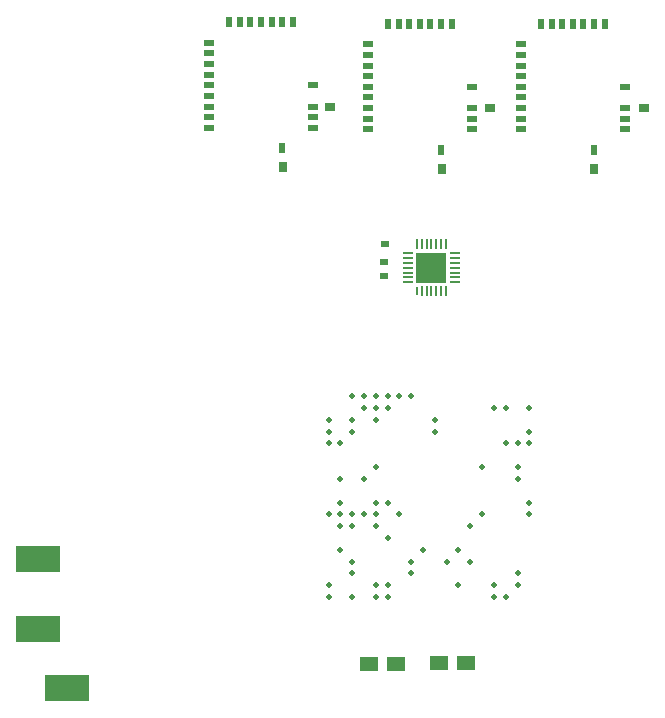
<source format=gtp>
%FSLAX25Y25*%
%MOIN*%
G70*
G01*
G75*
G04 Layer_Color=8421504*
%ADD10C,0.00455*%
%ADD11C,0.00400*%
%ADD12C,0.02000*%
%ADD13R,0.02500X0.02000*%
%ADD14R,0.02756X0.03543*%
%ADD15R,0.06000X0.05000*%
%ADD16R,0.03740X0.02362*%
%ADD17R,0.02362X0.03740*%
%ADD18R,0.03740X0.02362*%
%ADD19R,0.02362X0.03740*%
%ADD20R,0.15000X0.08500*%
%ADD21R,0.03543X0.02756*%
%ADD22R,0.00800X0.03300*%
%ADD23R,0.03300X0.00800*%
%ADD24O,0.00800X0.03300*%
%ADD25R,0.10400X0.10400*%
%ADD26C,0.00600*%
%ADD27C,0.01200*%
%ADD28C,0.02500*%
%ADD29C,0.01000*%
%ADD30C,0.00800*%
%ADD31C,0.02000*%
%ADD32C,0.03500*%
%ADD33C,0.04000*%
%ADD34C,0.00500*%
%ADD35C,0.00900*%
%ADD36R,0.02362X0.03740*%
%ADD37R,0.02362X0.03740*%
%ADD38C,0.05200*%
%ADD39R,0.05200X0.05200*%
%ADD40R,0.06000X0.06000*%
%ADD41C,0.03600*%
%ADD42C,0.07400*%
%ADD43C,0.14000*%
%ADD44C,0.05906*%
%ADD45R,0.05906X0.05906*%
%ADD46R,0.07874X0.08661*%
%ADD47R,0.09252X0.12205*%
%ADD48R,0.06299X0.06693*%
%ADD49R,0.06299X0.06693*%
%ADD50C,0.20000*%
%ADD51R,0.05000X0.06000*%
%ADD52R,0.05906X0.05906*%
%ADD53C,0.03500*%
%ADD54R,0.03500X0.03500*%
%ADD55C,0.06200*%
%ADD56R,0.06200X0.06200*%
%ADD57C,0.05000*%
%ADD58R,0.05000X0.05000*%
%ADD59C,0.04000*%
G04:AMPARAMS|DCode=60|XSize=20mil|YSize=20mil|CornerRadius=10mil|HoleSize=0mil|Usage=FLASHONLY|Rotation=135.000|XOffset=0mil|YOffset=0mil|HoleType=Round|Shape=RoundedRectangle|*
%AMROUNDEDRECTD60*
21,1,0.02000,0.00000,0,0,135.0*
21,1,0.00000,0.02000,0,0,135.0*
1,1,0.02000,0.00000,0.00000*
1,1,0.02000,0.00000,0.00000*
1,1,0.02000,0.00000,0.00000*
1,1,0.02000,0.00000,0.00000*
%
%ADD60ROUNDEDRECTD60*%
%ADD61O,0.07480X0.02362*%
%ADD62R,0.03900X0.05900*%
%ADD63R,0.12900X0.05900*%
%ADD64C,0.02800*%
%ADD65C,0.05800*%
%ADD66C,0.04200*%
G04:AMPARAMS|DCode=67|XSize=42mil|YSize=42mil|CornerRadius=0mil|HoleSize=0mil|Usage=FLASHONLY|Rotation=0.000|XOffset=0mil|YOffset=0mil|HoleType=Round|Shape=Relief|Width=10mil|Gap=5mil|Entries=4|*
%AMTHD67*
7,0,0,0.04200,0.03200,0.01000,45*
%
%ADD67THD67*%
%ADD68C,0.08200*%
%ADD69C,0.14800*%
%ADD70C,0.05543*%
G04:AMPARAMS|DCode=71|XSize=28mil|YSize=28mil|CornerRadius=0mil|HoleSize=0mil|Usage=FLASHONLY|Rotation=0.000|XOffset=0mil|YOffset=0mil|HoleType=Round|Shape=Relief|Width=10mil|Gap=5mil|Entries=4|*
%AMTHD71*
7,0,0,0.02800,0.01800,0.01000,45*
%
%ADD71THD71*%
G04:AMPARAMS|DCode=72|XSize=40mil|YSize=40mil|CornerRadius=0mil|HoleSize=0mil|Usage=FLASHONLY|Rotation=0.000|XOffset=0mil|YOffset=0mil|HoleType=Round|Shape=Relief|Width=10mil|Gap=5mil|Entries=4|*
%AMTHD72*
7,0,0,0.04000,0.03000,0.01000,45*
%
%ADD72THD72*%
%ADD73C,0.17650*%
%ADD74C,0.05500*%
G04:AMPARAMS|DCode=75|XSize=52mil|YSize=52mil|CornerRadius=0mil|HoleSize=0mil|Usage=FLASHONLY|Rotation=0.000|XOffset=0mil|YOffset=0mil|HoleType=Round|Shape=Relief|Width=10mil|Gap=5mil|Entries=4|*
%AMTHD75*
7,0,0,0.05200,0.04200,0.01000,45*
%
%ADD75THD75*%
%ADD76C,0.04800*%
%ADD77C,0.00350*%
%ADD78R,0.02000X0.02000*%
%ADD79C,0.01969*%
%ADD80C,0.01600*%
%ADD81C,0.00383*%
G04:AMPARAMS|DCode=82|XSize=55mil|YSize=55mil|CornerRadius=0mil|HoleSize=0mil|Usage=FLASHONLY|Rotation=0.000|XOffset=0mil|YOffset=0mil|HoleType=Round|Shape=Relief|Width=10mil|Gap=5mil|Entries=4|*
%AMTHD82*
7,0,0,0.05500,0.04500,0.01000,45*
%
%ADD82THD82*%
G04:AMPARAMS|DCode=83|XSize=48mil|YSize=48mil|CornerRadius=0mil|HoleSize=0mil|Usage=FLASHONLY|Rotation=0.000|XOffset=0mil|YOffset=0mil|HoleType=Round|Shape=Relief|Width=10mil|Gap=5mil|Entries=4|*
%AMTHD83*
7,0,0,0.04800,0.03800,0.01000,45*
%
%ADD83THD83*%
G04:AMPARAMS|DCode=84|XSize=25mil|YSize=20mil|CornerRadius=0mil|HoleSize=0mil|Usage=FLASHONLY|Rotation=135.000|XOffset=0mil|YOffset=0mil|HoleType=Round|Shape=Rectangle|*
%AMROTATEDRECTD84*
4,1,4,0.01591,-0.00177,0.00177,-0.01591,-0.01591,0.00177,-0.00177,0.01591,0.01591,-0.00177,0.0*
%
%ADD84ROTATEDRECTD84*%

%ADD85R,0.02000X0.02500*%
%ADD86R,0.02300X0.02000*%
%ADD87R,0.01800X0.02500*%
%ADD88R,0.03347X0.05118*%
%ADD89R,0.07480X0.02362*%
%ADD90C,0.01500*%
%ADD91R,0.04000X0.04000*%
%ADD92R,0.02000X0.02500*%
%ADD93R,0.02000X0.02200*%
%ADD94C,0.01800*%
%ADD95R,0.02500X0.01900*%
G04:AMPARAMS|DCode=96|XSize=25mil|YSize=20mil|CornerRadius=10mil|HoleSize=0mil|Usage=FLASHONLY|Rotation=135.000|XOffset=0mil|YOffset=0mil|HoleType=Round|Shape=RoundedRectangle|*
%AMROUNDEDRECTD96*
21,1,0.02500,0.00000,0,0,135.0*
21,1,0.00500,0.02000,0,0,135.0*
1,1,0.02000,-0.00177,0.00177*
1,1,0.02000,0.00177,-0.00177*
1,1,0.02000,0.00177,-0.00177*
1,1,0.02000,-0.00177,0.00177*
%
%ADD96ROUNDEDRECTD96*%
%ADD97C,0.00984*%
%ADD98C,0.00787*%
D12*
X240209Y206867D02*
D03*
X236272Y238363D02*
D03*
X279580Y230489D02*
D03*
X240209D02*
D03*
X291391Y206867D02*
D03*
X287454D02*
D03*
X248083D02*
D03*
X232335D02*
D03*
X295328Y210804D02*
D03*
X287454D02*
D03*
X275643D02*
D03*
X252020D02*
D03*
X248083D02*
D03*
X232335D02*
D03*
X295328Y214741D02*
D03*
X259895D02*
D03*
X240209D02*
D03*
X271706Y218678D02*
D03*
X259895D02*
D03*
X240209D02*
D03*
X275643Y222615D02*
D03*
X263832D02*
D03*
X236272D02*
D03*
X252020Y226552D02*
D03*
X248083Y230489D02*
D03*
X236272D02*
D03*
X248083Y234426D02*
D03*
X244146D02*
D03*
X240209D02*
D03*
X236272D02*
D03*
X232335D02*
D03*
X252020Y238363D02*
D03*
X248083D02*
D03*
X244146Y246237D02*
D03*
X236272D02*
D03*
X248083Y250174D02*
D03*
X236272Y258048D02*
D03*
X232335D02*
D03*
X267769Y261985D02*
D03*
X240209D02*
D03*
X232335D02*
D03*
X267769Y265922D02*
D03*
X248083D02*
D03*
X240209D02*
D03*
X232335D02*
D03*
X252020Y269859D02*
D03*
X248083D02*
D03*
X244146D02*
D03*
X259895Y273796D02*
D03*
X255957D02*
D03*
X252020D02*
D03*
X248083D02*
D03*
X244146D02*
D03*
X240209D02*
D03*
X252020Y206867D02*
D03*
X299265Y269859D02*
D03*
X291391D02*
D03*
X287454D02*
D03*
X299265Y258048D02*
D03*
X295328D02*
D03*
X291391D02*
D03*
X283517Y250174D02*
D03*
X295328Y246237D02*
D03*
Y250174D02*
D03*
X283517Y234426D02*
D03*
X299265Y238363D02*
D03*
Y261985D02*
D03*
Y234426D02*
D03*
X255957D02*
D03*
X279580Y218678D02*
D03*
D13*
X250800Y314000D02*
D03*
X250700Y318500D02*
D03*
X251000Y324600D02*
D03*
D14*
X320847Y349400D02*
D03*
X270047D02*
D03*
X217047Y350100D02*
D03*
D15*
X245900Y184631D02*
D03*
X254900D02*
D03*
X278300Y184731D02*
D03*
X269300D02*
D03*
D16*
X245350Y362760D02*
D03*
Y366303D02*
D03*
Y369847D02*
D03*
Y373390D02*
D03*
Y376933D02*
D03*
Y380476D02*
D03*
Y384020D02*
D03*
Y387563D02*
D03*
X280193Y376933D02*
D03*
Y366303D02*
D03*
Y362760D02*
D03*
X245350Y391106D02*
D03*
X192362Y363272D02*
D03*
Y391618D02*
D03*
Y366815D02*
D03*
Y370358D02*
D03*
Y373902D02*
D03*
Y377445D02*
D03*
Y380988D02*
D03*
Y384532D02*
D03*
Y388075D02*
D03*
X227205Y377445D02*
D03*
Y366815D02*
D03*
Y363272D02*
D03*
X296350Y362760D02*
D03*
Y366303D02*
D03*
Y369847D02*
D03*
Y373390D02*
D03*
Y376933D02*
D03*
Y380476D02*
D03*
Y384020D02*
D03*
Y387563D02*
D03*
X331193Y376933D02*
D03*
Y366303D02*
D03*
Y362760D02*
D03*
X296350Y391106D02*
D03*
D17*
X259228Y397898D02*
D03*
X262772D02*
D03*
X266315D02*
D03*
X269858D02*
D03*
X273402D02*
D03*
X255685D02*
D03*
X252142D02*
D03*
X199154Y398409D02*
D03*
X202697D02*
D03*
X206240D02*
D03*
X209783D02*
D03*
X213327D02*
D03*
X216870D02*
D03*
X220413D02*
D03*
X310228Y397898D02*
D03*
X313772D02*
D03*
X317315D02*
D03*
X320858D02*
D03*
X324402D02*
D03*
X306685D02*
D03*
X303142D02*
D03*
D18*
X280193Y369847D02*
D03*
X227205Y370358D02*
D03*
X331193Y369847D02*
D03*
D19*
X269858Y355969D02*
D03*
X216870Y356480D02*
D03*
X320858Y355969D02*
D03*
D20*
X135600Y219700D02*
D03*
Y196200D02*
D03*
X145000Y176500D02*
D03*
D21*
X286100Y369947D02*
D03*
X337500Y369747D02*
D03*
X232800Y370347D02*
D03*
D22*
X271400Y308800D02*
D03*
X266600D02*
D03*
X269800D02*
D03*
X268200D02*
D03*
X263400D02*
D03*
X265000D02*
D03*
X271400Y324400D02*
D03*
X269800D02*
D03*
X268200D02*
D03*
X263400D02*
D03*
X265000D02*
D03*
X261800D02*
D03*
X266600D02*
D03*
D23*
X274400Y311800D02*
D03*
Y315000D02*
D03*
Y313400D02*
D03*
X258800Y311800D02*
D03*
Y313400D02*
D03*
Y316600D02*
D03*
Y315000D02*
D03*
X274400Y321400D02*
D03*
Y319800D02*
D03*
Y318200D02*
D03*
X258800D02*
D03*
Y321400D02*
D03*
Y319800D02*
D03*
X274400Y316600D02*
D03*
D24*
X261800Y308800D02*
D03*
D25*
X266600Y316600D02*
D03*
M02*

</source>
